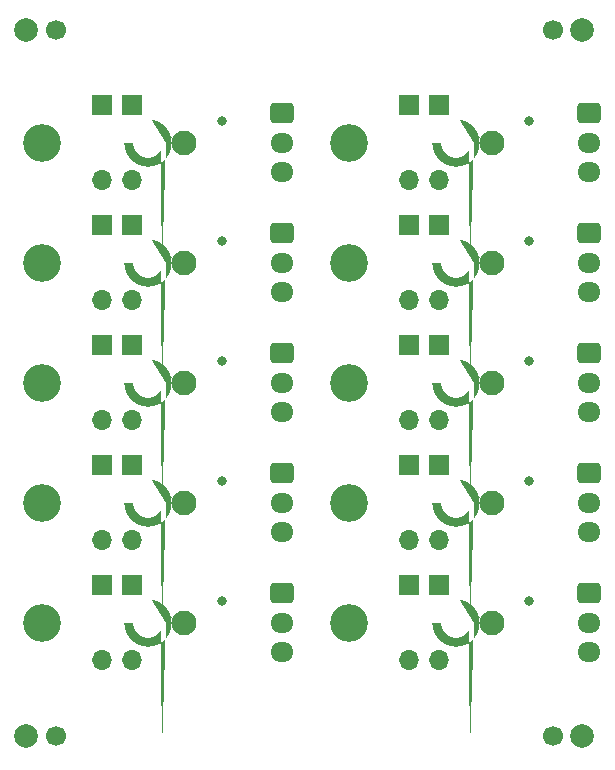
<source format=gbr>
%TF.GenerationSoftware,KiCad,Pcbnew,8.0.8*%
%TF.CreationDate,2025-02-20T22:09:20+11:00*%
%TF.ProjectId,panel,70616e65-6c2e-46b6-9963-61645f706362,rev?*%
%TF.SameCoordinates,Original*%
%TF.FileFunction,Soldermask,Bot*%
%TF.FilePolarity,Negative*%
%FSLAX46Y46*%
G04 Gerber Fmt 4.6, Leading zero omitted, Abs format (unit mm)*
G04 Created by KiCad (PCBNEW 8.0.8) date 2025-02-20 22:09:20*
%MOMM*%
%LPD*%
G01*
G04 APERTURE LIST*
G04 Aperture macros list*
%AMRoundRect*
0 Rectangle with rounded corners*
0 $1 Rounding radius*
0 $2 $3 $4 $5 $6 $7 $8 $9 X,Y pos of 4 corners*
0 Add a 4 corners polygon primitive as box body*
4,1,4,$2,$3,$4,$5,$6,$7,$8,$9,$2,$3,0*
0 Add four circle primitives for the rounded corners*
1,1,$1+$1,$2,$3*
1,1,$1+$1,$4,$5*
1,1,$1+$1,$6,$7*
1,1,$1+$1,$8,$9*
0 Add four rect primitives between the rounded corners*
20,1,$1+$1,$2,$3,$4,$5,0*
20,1,$1+$1,$4,$5,$6,$7,0*
20,1,$1+$1,$6,$7,$8,$9,0*
20,1,$1+$1,$8,$9,$2,$3,0*%
%AMFreePoly0*
4,1,85,-1.240370,1.979643,-0.961535,1.918986,-0.694170,1.819264,-0.443718,1.682507,-0.215279,1.511499,-0.013501,1.309721,0.157507,1.081282,0.294264,0.830830,0.393986,0.563465,0.454643,0.284630,0.475000,0.000000,0.454643,-0.284630,0.393986,-0.563465,0.294264,-0.830830,0.157507,-1.081282,-0.013501,-1.309721,-0.215279,-1.511499,-0.443718,-1.682507,-0.694170,-1.819264,-0.961535,-1.918986,
-1.240370,-1.979643,-1.525000,-2.000000,-1.809630,-1.979643,-2.088465,-1.918986,-2.355830,-1.819264,-2.606282,-1.682507,-2.834721,-1.511499,-3.036499,-1.309721,-3.207507,-1.081282,-3.344264,-0.830830,-3.443986,-0.563465,-3.504643,-0.284630,-3.525000,0.000000,-2.779775,0.000000,-2.760712,-0.217889,-2.704103,-0.429158,-2.611667,-0.627388,-2.486213,-0.806554,-2.331554,-0.961213,-2.152388,-1.086667,
-1.954158,-1.179103,-1.742889,-1.235712,-1.525000,-1.254775,-1.307111,-1.235712,-1.095842,-1.179103,-0.897612,-1.086667,-0.718446,-0.961213,-0.563787,-0.806554,-0.438333,-0.627388,-0.345897,-0.429158,-0.289288,-0.217889,-0.271683,-0.016674,-0.275000,0.000000,-0.271683,0.016674,-0.289288,0.217889,-0.345897,0.429158,-0.438333,0.627387,-0.563787,0.806554,-0.718446,0.961213,-0.897612,1.086667,
-1.095842,1.179103,-1.307111,1.235712,-1.525000,1.254775,-1.742889,1.235712,-1.954158,1.179103,-2.152387,1.086667,-2.331554,0.961213,-2.486213,0.806554,-2.611667,0.627387,-2.704103,0.429158,-2.760712,0.217889,-2.779775,0.000000,-3.525000,0.000000,-3.504643,0.284630,-3.443986,0.563465,-3.344264,0.830830,-3.207507,1.081282,-3.036499,1.309721,-2.834721,1.511499,-2.606282,1.682507,
-2.355830,1.819264,-2.088465,1.918986,-1.809630,1.979643,-1.525000,2.000000,-1.240370,1.979643,-1.240370,1.979643,$1*%
G04 Aperture macros list end*
%ADD10R,1.700000X1.700000*%
%ADD11C,3.200000*%
%ADD12O,1.700000X1.700000*%
%ADD13C,2.000000*%
%ADD14FreePoly0,180.000000*%
%ADD15C,2.100000*%
%ADD16O,1.950000X1.700000*%
%ADD17RoundRect,0.250000X-0.725000X0.600000X-0.725000X-0.600000X0.725000X-0.600000X0.725000X0.600000X0*%
%ADD18C,1.700000*%
%ADD19C,0.800000*%
G04 APERTURE END LIST*
D10*
%TO.C,J8*%
X159925000Y-49224500D03*
X157385000Y-49224500D03*
%TD*%
D11*
%TO.C,H1*%
X152310000Y-42239500D03*
%TD*%
%TO.C,H1*%
X126275000Y-52399500D03*
%TD*%
%TO.C,H1*%
X152310000Y-32079500D03*
%TD*%
%TO.C,H1*%
X152310000Y-52399500D03*
%TD*%
D12*
%TO.C,J9*%
X133890000Y-65734500D03*
X131350000Y-65734500D03*
%TD*%
D10*
%TO.C,J8*%
X159925000Y-69544500D03*
X157385000Y-69544500D03*
%TD*%
D12*
%TO.C,J9*%
X133890000Y-55574500D03*
X131350000Y-55574500D03*
%TD*%
D13*
%TO.C,KiKit_TO_3*%
X124965000Y-82299500D03*
%TD*%
D11*
%TO.C,H1*%
X152310000Y-72719500D03*
%TD*%
D10*
%TO.C,J8*%
X159925000Y-59384500D03*
X157385000Y-59384500D03*
%TD*%
D13*
%TO.C,KiKit_TO_2*%
X172035000Y-22500000D03*
%TD*%
D12*
%TO.C,J9*%
X159925000Y-55574500D03*
X157385000Y-55574500D03*
%TD*%
D11*
%TO.C,H1*%
X126275000Y-72719500D03*
%TD*%
D12*
%TO.C,J9*%
X133890000Y-35254500D03*
X131350000Y-35254500D03*
%TD*%
D11*
%TO.C,H1*%
X126275000Y-62559500D03*
%TD*%
D10*
%TO.C,J8*%
X133890000Y-28904500D03*
X131350000Y-28904500D03*
%TD*%
D12*
%TO.C,J9*%
X159925000Y-65734500D03*
X157385000Y-65734500D03*
%TD*%
D10*
%TO.C,J8*%
X133890000Y-39064500D03*
X131350000Y-39064500D03*
%TD*%
D13*
%TO.C,KiKit_TO_4*%
X172035000Y-82299500D03*
%TD*%
D11*
%TO.C,H1*%
X126275000Y-32079500D03*
%TD*%
D12*
%TO.C,J9*%
X133890000Y-75894500D03*
X131350000Y-75894500D03*
%TD*%
D11*
%TO.C,H1*%
X152310000Y-62559500D03*
%TD*%
%TO.C,H1*%
X126275000Y-42239500D03*
%TD*%
D10*
%TO.C,J8*%
X133890000Y-49224500D03*
X131350000Y-49224500D03*
%TD*%
D12*
%TO.C,J9*%
X159925000Y-35254500D03*
X157385000Y-35254500D03*
%TD*%
D10*
%TO.C,J8*%
X159925000Y-28904500D03*
X157385000Y-28904500D03*
%TD*%
%TO.C,J8*%
X159925000Y-39064500D03*
X157385000Y-39064500D03*
%TD*%
D12*
%TO.C,J9*%
X133890000Y-45414500D03*
X131350000Y-45414500D03*
%TD*%
%TO.C,J9*%
X159925000Y-75894500D03*
X157385000Y-75894500D03*
%TD*%
D10*
%TO.C,J8*%
X133890000Y-59384500D03*
X131350000Y-59384500D03*
%TD*%
%TO.C,J8*%
X133890000Y-69544500D03*
X131350000Y-69544500D03*
%TD*%
D13*
%TO.C,KiKit_TO_1*%
X124965000Y-22500000D03*
%TD*%
D12*
%TO.C,J9*%
X159925000Y-45414500D03*
X157385000Y-45414500D03*
%TD*%
D14*
%TO.C,H4*%
X136815000Y-62559500D03*
D15*
X138340000Y-62559500D03*
%TD*%
D16*
%TO.C,J3*%
X172630000Y-34579500D03*
X172630000Y-32079500D03*
D17*
X172630000Y-29579500D03*
%TD*%
D16*
%TO.C,J3*%
X146595000Y-34579500D03*
X146595000Y-32079500D03*
D17*
X146595000Y-29579500D03*
%TD*%
D16*
%TO.C,J3*%
X172630000Y-75219500D03*
X172630000Y-72719500D03*
D17*
X172630000Y-70219500D03*
%TD*%
D14*
%TO.C,H4*%
X162850000Y-32079500D03*
D15*
X164375000Y-32079500D03*
%TD*%
D14*
%TO.C,H4*%
X136815000Y-42239500D03*
D15*
X138340000Y-42239500D03*
%TD*%
D14*
%TO.C,H4*%
X162850000Y-42239500D03*
D15*
X164375000Y-42239500D03*
%TD*%
D14*
%TO.C,H4*%
X136815000Y-72719500D03*
D15*
X138340000Y-72719500D03*
%TD*%
D16*
%TO.C,J3*%
X172630000Y-65059500D03*
X172630000Y-62559500D03*
D17*
X172630000Y-60059500D03*
%TD*%
D14*
%TO.C,H4*%
X162850000Y-72719500D03*
D15*
X164375000Y-72719500D03*
%TD*%
D16*
%TO.C,J3*%
X146595000Y-54899500D03*
X146595000Y-52399500D03*
D17*
X146595000Y-49899500D03*
%TD*%
D16*
%TO.C,J3*%
X172630000Y-44739500D03*
X172630000Y-42239500D03*
D17*
X172630000Y-39739500D03*
%TD*%
D14*
%TO.C,H4*%
X162850000Y-52399500D03*
D15*
X164375000Y-52399500D03*
%TD*%
D14*
%TO.C,H4*%
X136815000Y-52399500D03*
D15*
X138340000Y-52399500D03*
%TD*%
D16*
%TO.C,J3*%
X172630000Y-54899500D03*
X172630000Y-52399500D03*
D17*
X172630000Y-49899500D03*
%TD*%
D16*
%TO.C,J3*%
X146595000Y-75219500D03*
X146595000Y-72719500D03*
D17*
X146595000Y-70219500D03*
%TD*%
D18*
%TO.C,KiKit_FID_B_1*%
X127465000Y-22500000D03*
%TD*%
%TO.C,KiKit_FID_B_3*%
X127465000Y-82299500D03*
%TD*%
%TO.C,KiKit_FID_B_2*%
X169535000Y-22500000D03*
%TD*%
D16*
%TO.C,J3*%
X146595000Y-65059500D03*
X146595000Y-62559500D03*
D17*
X146595000Y-60059500D03*
%TD*%
D14*
%TO.C,H4*%
X136815000Y-32079500D03*
D15*
X138340000Y-32079500D03*
%TD*%
D14*
%TO.C,H4*%
X162850000Y-62559500D03*
D15*
X164375000Y-62559500D03*
%TD*%
D18*
%TO.C,KiKit_FID_B_4*%
X169535000Y-82299500D03*
%TD*%
D16*
%TO.C,J3*%
X146595000Y-44739500D03*
X146595000Y-42239500D03*
D17*
X146595000Y-39739500D03*
%TD*%
D19*
X141515000Y-30199500D03*
X167550000Y-30199500D03*
X141515000Y-40359500D03*
X167550000Y-40359500D03*
X141515000Y-50519500D03*
X167550000Y-50519500D03*
X141515000Y-60679500D03*
X167550000Y-60679500D03*
X141515000Y-70839500D03*
X167550000Y-70839500D03*
M02*

</source>
